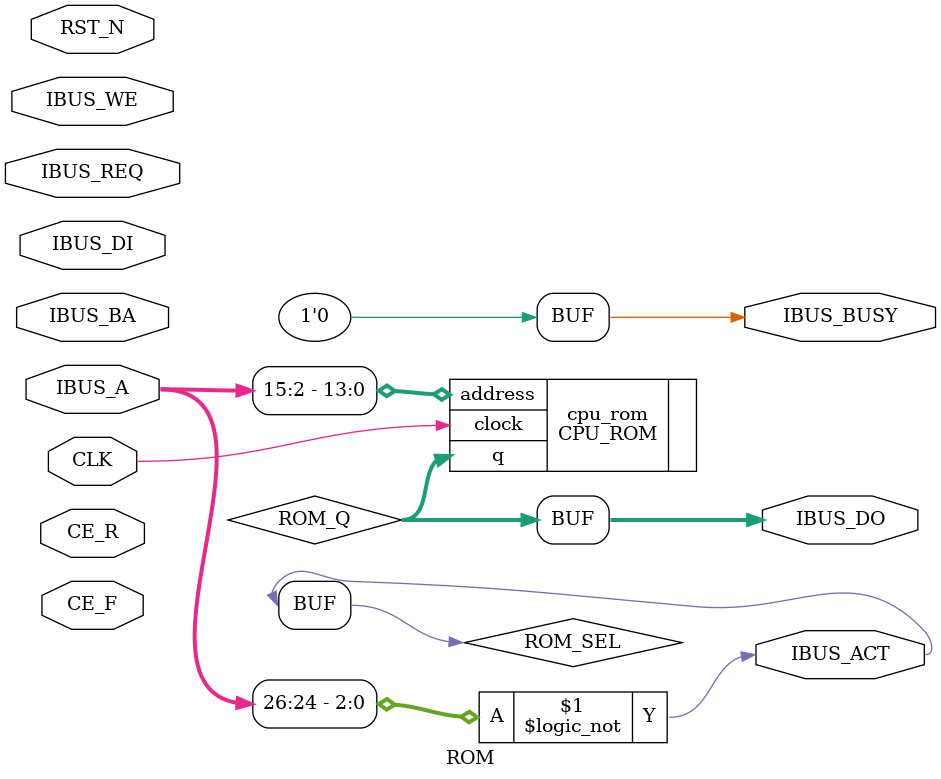
<source format=sv>
module ROM 
#(
	parameter rom_file = ""
)
(
	input             CLK,
	input             RST_N,
	input             CE_R,
	input             CE_F,
	
	input      [27:0] IBUS_A,
	input      [31:0] IBUS_DI,
	output     [31:0] IBUS_DO,
	input       [3:0] IBUS_BA,
	input             IBUS_WE,
	input             IBUS_REQ,
	output            IBUS_BUSY,
	output            IBUS_ACT
);
	
	wire ROM_SEL = (IBUS_A[26:24] == 3'h0);
	bit [31:0] ROM_Q;
	CPU_ROM #(rom_file) cpu_rom
	(
		.clock(CLK),
		.address(IBUS_A[15:2]),
		.q(ROM_Q)
	);
	
	assign IBUS_DO = ROM_Q;
	assign IBUS_BUSY = 0;
	assign IBUS_ACT = ROM_SEL;
	
endmodule

</source>
